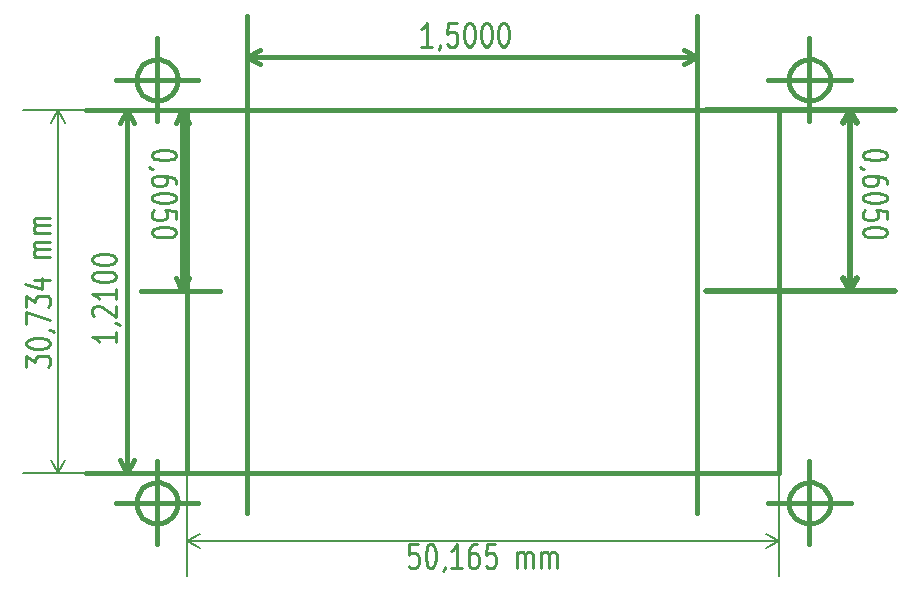
<source format=gbr>
G04 (created by PCBNEW-RS274X (2010-03-14)-final) date mar 08 nov 2011 08:15:05 ART*
G01*
G70*
G90*
%MOIN*%
G04 Gerber Fmt 3.4, Leading zero omitted, Abs format*
%FSLAX34Y34*%
G04 APERTURE LIST*
%ADD10C,0.000100*%
%ADD11C,0.010000*%
%ADD12C,0.008000*%
%ADD13C,0.015000*%
%ADD14C,0.020000*%
G04 APERTURE END LIST*
G54D10*
G54D11*
X27744Y-19713D02*
X27744Y-19342D01*
X28049Y-19542D01*
X28049Y-19456D01*
X28087Y-19399D01*
X28125Y-19370D01*
X28201Y-19342D01*
X28391Y-19342D01*
X28468Y-19370D01*
X28506Y-19399D01*
X28544Y-19456D01*
X28544Y-19628D01*
X28506Y-19685D01*
X28468Y-19713D01*
X27744Y-18971D02*
X27744Y-18914D01*
X27782Y-18857D01*
X27820Y-18828D01*
X27896Y-18799D01*
X28049Y-18771D01*
X28239Y-18771D01*
X28391Y-18799D01*
X28468Y-18828D01*
X28506Y-18857D01*
X28544Y-18914D01*
X28544Y-18971D01*
X28506Y-19028D01*
X28468Y-19057D01*
X28391Y-19085D01*
X28239Y-19114D01*
X28049Y-19114D01*
X27896Y-19085D01*
X27820Y-19057D01*
X27782Y-19028D01*
X27744Y-18971D01*
X28506Y-18486D02*
X28544Y-18486D01*
X28620Y-18514D01*
X28658Y-18543D01*
X27744Y-18285D02*
X27744Y-17885D01*
X28544Y-18142D01*
X27744Y-17714D02*
X27744Y-17343D01*
X28049Y-17543D01*
X28049Y-17457D01*
X28087Y-17400D01*
X28125Y-17371D01*
X28201Y-17343D01*
X28391Y-17343D01*
X28468Y-17371D01*
X28506Y-17400D01*
X28544Y-17457D01*
X28544Y-17629D01*
X28506Y-17686D01*
X28468Y-17714D01*
X28010Y-16829D02*
X28544Y-16829D01*
X27706Y-16972D02*
X28277Y-17115D01*
X28277Y-16743D01*
X28544Y-16058D02*
X28010Y-16058D01*
X28087Y-16058D02*
X28049Y-16030D01*
X28010Y-15972D01*
X28010Y-15887D01*
X28049Y-15830D01*
X28125Y-15801D01*
X28544Y-15801D01*
X28125Y-15801D02*
X28049Y-15772D01*
X28010Y-15715D01*
X28010Y-15630D01*
X28049Y-15572D01*
X28125Y-15544D01*
X28544Y-15544D01*
X28544Y-15258D02*
X28010Y-15258D01*
X28087Y-15258D02*
X28049Y-15230D01*
X28010Y-15172D01*
X28010Y-15087D01*
X28049Y-15030D01*
X28125Y-15001D01*
X28544Y-15001D01*
X28125Y-15001D02*
X28049Y-14972D01*
X28010Y-14915D01*
X28010Y-14830D01*
X28049Y-14772D01*
X28125Y-14744D01*
X28544Y-14744D01*
G54D12*
X28800Y-23250D02*
X28800Y-11150D01*
X33100Y-23250D02*
X27640Y-23250D01*
X33100Y-11150D02*
X27640Y-11150D01*
X28800Y-11150D02*
X29030Y-11593D01*
X28800Y-11150D02*
X28570Y-11593D01*
X28800Y-23250D02*
X29030Y-22807D01*
X28800Y-23250D02*
X28570Y-22807D01*
G54D11*
X40805Y-25624D02*
X40519Y-25624D01*
X40490Y-26005D01*
X40519Y-25967D01*
X40576Y-25929D01*
X40719Y-25929D01*
X40776Y-25967D01*
X40805Y-26005D01*
X40833Y-26081D01*
X40833Y-26271D01*
X40805Y-26348D01*
X40776Y-26386D01*
X40719Y-26424D01*
X40576Y-26424D01*
X40519Y-26386D01*
X40490Y-26348D01*
X41204Y-25624D02*
X41261Y-25624D01*
X41318Y-25662D01*
X41347Y-25700D01*
X41376Y-25776D01*
X41404Y-25929D01*
X41404Y-26119D01*
X41376Y-26271D01*
X41347Y-26348D01*
X41318Y-26386D01*
X41261Y-26424D01*
X41204Y-26424D01*
X41147Y-26386D01*
X41118Y-26348D01*
X41090Y-26271D01*
X41061Y-26119D01*
X41061Y-25929D01*
X41090Y-25776D01*
X41118Y-25700D01*
X41147Y-25662D01*
X41204Y-25624D01*
X41689Y-26386D02*
X41689Y-26424D01*
X41661Y-26500D01*
X41632Y-26538D01*
X42261Y-26424D02*
X41918Y-26424D01*
X42090Y-26424D02*
X42090Y-25624D01*
X42033Y-25738D01*
X41975Y-25814D01*
X41918Y-25852D01*
X42775Y-25624D02*
X42661Y-25624D01*
X42604Y-25662D01*
X42575Y-25700D01*
X42518Y-25814D01*
X42489Y-25967D01*
X42489Y-26271D01*
X42518Y-26348D01*
X42546Y-26386D01*
X42604Y-26424D01*
X42718Y-26424D01*
X42775Y-26386D01*
X42804Y-26348D01*
X42832Y-26271D01*
X42832Y-26081D01*
X42804Y-26005D01*
X42775Y-25967D01*
X42718Y-25929D01*
X42604Y-25929D01*
X42546Y-25967D01*
X42518Y-26005D01*
X42489Y-26081D01*
X43375Y-25624D02*
X43089Y-25624D01*
X43060Y-26005D01*
X43089Y-25967D01*
X43146Y-25929D01*
X43289Y-25929D01*
X43346Y-25967D01*
X43375Y-26005D01*
X43403Y-26081D01*
X43403Y-26271D01*
X43375Y-26348D01*
X43346Y-26386D01*
X43289Y-26424D01*
X43146Y-26424D01*
X43089Y-26386D01*
X43060Y-26348D01*
X44117Y-26424D02*
X44117Y-25890D01*
X44117Y-25967D02*
X44145Y-25929D01*
X44203Y-25890D01*
X44288Y-25890D01*
X44345Y-25929D01*
X44374Y-26005D01*
X44374Y-26424D01*
X44374Y-26005D02*
X44403Y-25929D01*
X44460Y-25890D01*
X44545Y-25890D01*
X44603Y-25929D01*
X44631Y-26005D01*
X44631Y-26424D01*
X44917Y-26424D02*
X44917Y-25890D01*
X44917Y-25967D02*
X44945Y-25929D01*
X45003Y-25890D01*
X45088Y-25890D01*
X45145Y-25929D01*
X45174Y-26005D01*
X45174Y-26424D01*
X45174Y-26005D02*
X45203Y-25929D01*
X45260Y-25890D01*
X45345Y-25890D01*
X45403Y-25929D01*
X45431Y-26005D01*
X45431Y-26424D01*
G54D12*
X33100Y-25520D02*
X52850Y-25520D01*
X33100Y-23250D02*
X33100Y-26680D01*
X52850Y-23250D02*
X52850Y-26680D01*
X52850Y-25520D02*
X52407Y-25750D01*
X52850Y-25520D02*
X52407Y-25290D01*
X33100Y-25520D02*
X33543Y-25750D01*
X33100Y-25520D02*
X33543Y-25290D01*
G54D13*
X32789Y-10150D02*
X32775Y-10283D01*
X32737Y-10412D01*
X32673Y-10531D01*
X32588Y-10635D01*
X32485Y-10721D01*
X32366Y-10785D01*
X32238Y-10824D01*
X32104Y-10838D01*
X31971Y-10826D01*
X31842Y-10788D01*
X31723Y-10726D01*
X31618Y-10642D01*
X31532Y-10539D01*
X31467Y-10421D01*
X31427Y-10293D01*
X31412Y-10159D01*
X31423Y-10026D01*
X31460Y-09897D01*
X31521Y-09777D01*
X31605Y-09672D01*
X31707Y-09585D01*
X31825Y-09519D01*
X31953Y-09478D01*
X32086Y-09462D01*
X32219Y-09472D01*
X32349Y-09508D01*
X32469Y-09569D01*
X32575Y-09652D01*
X32663Y-09753D01*
X32729Y-09870D01*
X32771Y-09998D01*
X32788Y-10131D01*
X32789Y-10150D01*
X30722Y-10150D02*
X33478Y-10150D01*
X32100Y-08772D02*
X32100Y-11528D01*
X32789Y-24250D02*
X32775Y-24383D01*
X32737Y-24512D01*
X32673Y-24631D01*
X32588Y-24735D01*
X32485Y-24821D01*
X32366Y-24885D01*
X32238Y-24924D01*
X32104Y-24938D01*
X31971Y-24926D01*
X31842Y-24888D01*
X31723Y-24826D01*
X31618Y-24742D01*
X31532Y-24639D01*
X31467Y-24521D01*
X31427Y-24393D01*
X31412Y-24259D01*
X31423Y-24126D01*
X31460Y-23997D01*
X31521Y-23877D01*
X31605Y-23772D01*
X31707Y-23685D01*
X31825Y-23619D01*
X31953Y-23578D01*
X32086Y-23562D01*
X32219Y-23572D01*
X32349Y-23608D01*
X32469Y-23669D01*
X32575Y-23752D01*
X32663Y-23853D01*
X32729Y-23970D01*
X32771Y-24098D01*
X32788Y-24231D01*
X32789Y-24250D01*
X30722Y-24250D02*
X33478Y-24250D01*
X32100Y-22872D02*
X32100Y-25628D01*
X54539Y-24250D02*
X54525Y-24383D01*
X54487Y-24512D01*
X54423Y-24631D01*
X54338Y-24735D01*
X54235Y-24821D01*
X54116Y-24885D01*
X53988Y-24924D01*
X53854Y-24938D01*
X53721Y-24926D01*
X53592Y-24888D01*
X53473Y-24826D01*
X53368Y-24742D01*
X53282Y-24639D01*
X53217Y-24521D01*
X53177Y-24393D01*
X53162Y-24259D01*
X53173Y-24126D01*
X53210Y-23997D01*
X53271Y-23877D01*
X53355Y-23772D01*
X53457Y-23685D01*
X53575Y-23619D01*
X53703Y-23578D01*
X53836Y-23562D01*
X53969Y-23572D01*
X54099Y-23608D01*
X54219Y-23669D01*
X54325Y-23752D01*
X54413Y-23853D01*
X54479Y-23970D01*
X54521Y-24098D01*
X54538Y-24231D01*
X54539Y-24250D01*
X52472Y-24250D02*
X55228Y-24250D01*
X53850Y-22872D02*
X53850Y-25628D01*
X54539Y-10150D02*
X54525Y-10283D01*
X54487Y-10412D01*
X54423Y-10531D01*
X54338Y-10635D01*
X54235Y-10721D01*
X54116Y-10785D01*
X53988Y-10824D01*
X53854Y-10838D01*
X53721Y-10826D01*
X53592Y-10788D01*
X53473Y-10726D01*
X53368Y-10642D01*
X53282Y-10539D01*
X53217Y-10421D01*
X53177Y-10293D01*
X53162Y-10159D01*
X53173Y-10026D01*
X53210Y-09897D01*
X53271Y-09777D01*
X53355Y-09672D01*
X53457Y-09585D01*
X53575Y-09519D01*
X53703Y-09478D01*
X53836Y-09462D01*
X53969Y-09472D01*
X54099Y-09508D01*
X54219Y-09569D01*
X54325Y-09652D01*
X54413Y-09753D01*
X54479Y-09870D01*
X54521Y-09998D01*
X54538Y-10131D01*
X54539Y-10150D01*
X52472Y-10150D02*
X55228Y-10150D01*
X53850Y-08772D02*
X53850Y-11528D01*
X52850Y-23250D02*
X33100Y-23250D01*
X33100Y-11150D02*
X52850Y-11150D01*
G54D11*
X56435Y-12633D02*
X56435Y-12690D01*
X56397Y-12747D01*
X56359Y-12776D01*
X56283Y-12805D01*
X56130Y-12833D01*
X55940Y-12833D01*
X55788Y-12805D01*
X55711Y-12776D01*
X55673Y-12747D01*
X55635Y-12690D01*
X55635Y-12633D01*
X55673Y-12576D01*
X55711Y-12547D01*
X55788Y-12519D01*
X55940Y-12490D01*
X56130Y-12490D01*
X56283Y-12519D01*
X56359Y-12547D01*
X56397Y-12576D01*
X56435Y-12633D01*
X55673Y-13118D02*
X55635Y-13118D01*
X55559Y-13090D01*
X55521Y-13061D01*
X56435Y-13633D02*
X56435Y-13519D01*
X56397Y-13462D01*
X56359Y-13433D01*
X56245Y-13376D01*
X56092Y-13347D01*
X55788Y-13347D01*
X55711Y-13376D01*
X55673Y-13404D01*
X55635Y-13462D01*
X55635Y-13576D01*
X55673Y-13633D01*
X55711Y-13662D01*
X55788Y-13690D01*
X55978Y-13690D01*
X56054Y-13662D01*
X56092Y-13633D01*
X56130Y-13576D01*
X56130Y-13462D01*
X56092Y-13404D01*
X56054Y-13376D01*
X55978Y-13347D01*
X56435Y-14061D02*
X56435Y-14118D01*
X56397Y-14175D01*
X56359Y-14204D01*
X56283Y-14233D01*
X56130Y-14261D01*
X55940Y-14261D01*
X55788Y-14233D01*
X55711Y-14204D01*
X55673Y-14175D01*
X55635Y-14118D01*
X55635Y-14061D01*
X55673Y-14004D01*
X55711Y-13975D01*
X55788Y-13947D01*
X55940Y-13918D01*
X56130Y-13918D01*
X56283Y-13947D01*
X56359Y-13975D01*
X56397Y-14004D01*
X56435Y-14061D01*
X56435Y-14804D02*
X56435Y-14518D01*
X56054Y-14489D01*
X56092Y-14518D01*
X56130Y-14575D01*
X56130Y-14718D01*
X56092Y-14775D01*
X56054Y-14804D01*
X55978Y-14832D01*
X55788Y-14832D01*
X55711Y-14804D01*
X55673Y-14775D01*
X55635Y-14718D01*
X55635Y-14575D01*
X55673Y-14518D01*
X55711Y-14489D01*
X56435Y-15203D02*
X56435Y-15260D01*
X56397Y-15317D01*
X56359Y-15346D01*
X56283Y-15375D01*
X56130Y-15403D01*
X55940Y-15403D01*
X55788Y-15375D01*
X55711Y-15346D01*
X55673Y-15317D01*
X55635Y-15260D01*
X55635Y-15203D01*
X55673Y-15146D01*
X55711Y-15117D01*
X55788Y-15089D01*
X55940Y-15060D01*
X56130Y-15060D01*
X56283Y-15089D01*
X56359Y-15117D01*
X56397Y-15146D01*
X56435Y-15203D01*
G54D14*
X55199Y-11150D02*
X55199Y-17200D01*
X50400Y-11150D02*
X56719Y-11150D01*
X50400Y-17200D02*
X56719Y-17200D01*
X55199Y-17200D02*
X54969Y-16757D01*
X55199Y-17200D02*
X55429Y-16757D01*
X55199Y-11150D02*
X54969Y-11593D01*
X55199Y-11150D02*
X55429Y-11593D01*
G54D13*
X33100Y-23250D02*
X33100Y-11150D01*
X52850Y-11150D02*
X52850Y-23250D01*
G54D11*
X41258Y-09040D02*
X40915Y-09040D01*
X41087Y-09040D02*
X41087Y-08240D01*
X41030Y-08354D01*
X40972Y-08430D01*
X40915Y-08468D01*
X41543Y-09002D02*
X41543Y-09040D01*
X41515Y-09116D01*
X41486Y-09154D01*
X42087Y-08240D02*
X41801Y-08240D01*
X41772Y-08621D01*
X41801Y-08583D01*
X41858Y-08545D01*
X42001Y-08545D01*
X42058Y-08583D01*
X42087Y-08621D01*
X42115Y-08697D01*
X42115Y-08887D01*
X42087Y-08964D01*
X42058Y-09002D01*
X42001Y-09040D01*
X41858Y-09040D01*
X41801Y-09002D01*
X41772Y-08964D01*
X42486Y-08240D02*
X42543Y-08240D01*
X42600Y-08278D01*
X42629Y-08316D01*
X42658Y-08392D01*
X42686Y-08545D01*
X42686Y-08735D01*
X42658Y-08887D01*
X42629Y-08964D01*
X42600Y-09002D01*
X42543Y-09040D01*
X42486Y-09040D01*
X42429Y-09002D01*
X42400Y-08964D01*
X42372Y-08887D01*
X42343Y-08735D01*
X42343Y-08545D01*
X42372Y-08392D01*
X42400Y-08316D01*
X42429Y-08278D01*
X42486Y-08240D01*
X43057Y-08240D02*
X43114Y-08240D01*
X43171Y-08278D01*
X43200Y-08316D01*
X43229Y-08392D01*
X43257Y-08545D01*
X43257Y-08735D01*
X43229Y-08887D01*
X43200Y-08964D01*
X43171Y-09002D01*
X43114Y-09040D01*
X43057Y-09040D01*
X43000Y-09002D01*
X42971Y-08964D01*
X42943Y-08887D01*
X42914Y-08735D01*
X42914Y-08545D01*
X42943Y-08392D01*
X42971Y-08316D01*
X43000Y-08278D01*
X43057Y-08240D01*
X43628Y-08240D02*
X43685Y-08240D01*
X43742Y-08278D01*
X43771Y-08316D01*
X43800Y-08392D01*
X43828Y-08545D01*
X43828Y-08735D01*
X43800Y-08887D01*
X43771Y-08964D01*
X43742Y-09002D01*
X43685Y-09040D01*
X43628Y-09040D01*
X43571Y-09002D01*
X43542Y-08964D01*
X43514Y-08887D01*
X43485Y-08735D01*
X43485Y-08545D01*
X43514Y-08392D01*
X43542Y-08316D01*
X43571Y-08278D01*
X43628Y-08240D01*
G54D13*
X35100Y-09401D02*
X50100Y-09401D01*
X35100Y-24600D02*
X35100Y-08031D01*
X50100Y-24600D02*
X50100Y-08031D01*
X50100Y-09401D02*
X49657Y-09631D01*
X50100Y-09401D02*
X49657Y-09171D01*
X35100Y-09401D02*
X35543Y-09631D01*
X35100Y-09401D02*
X35543Y-09171D01*
G54D11*
X32742Y-12633D02*
X32742Y-12690D01*
X32704Y-12747D01*
X32666Y-12776D01*
X32590Y-12805D01*
X32437Y-12833D01*
X32247Y-12833D01*
X32095Y-12805D01*
X32018Y-12776D01*
X31980Y-12747D01*
X31942Y-12690D01*
X31942Y-12633D01*
X31980Y-12576D01*
X32018Y-12547D01*
X32095Y-12519D01*
X32247Y-12490D01*
X32437Y-12490D01*
X32590Y-12519D01*
X32666Y-12547D01*
X32704Y-12576D01*
X32742Y-12633D01*
X31980Y-13118D02*
X31942Y-13118D01*
X31866Y-13090D01*
X31828Y-13061D01*
X32742Y-13633D02*
X32742Y-13519D01*
X32704Y-13462D01*
X32666Y-13433D01*
X32552Y-13376D01*
X32399Y-13347D01*
X32095Y-13347D01*
X32018Y-13376D01*
X31980Y-13404D01*
X31942Y-13462D01*
X31942Y-13576D01*
X31980Y-13633D01*
X32018Y-13662D01*
X32095Y-13690D01*
X32285Y-13690D01*
X32361Y-13662D01*
X32399Y-13633D01*
X32437Y-13576D01*
X32437Y-13462D01*
X32399Y-13404D01*
X32361Y-13376D01*
X32285Y-13347D01*
X32742Y-14061D02*
X32742Y-14118D01*
X32704Y-14175D01*
X32666Y-14204D01*
X32590Y-14233D01*
X32437Y-14261D01*
X32247Y-14261D01*
X32095Y-14233D01*
X32018Y-14204D01*
X31980Y-14175D01*
X31942Y-14118D01*
X31942Y-14061D01*
X31980Y-14004D01*
X32018Y-13975D01*
X32095Y-13947D01*
X32247Y-13918D01*
X32437Y-13918D01*
X32590Y-13947D01*
X32666Y-13975D01*
X32704Y-14004D01*
X32742Y-14061D01*
X32742Y-14804D02*
X32742Y-14518D01*
X32361Y-14489D01*
X32399Y-14518D01*
X32437Y-14575D01*
X32437Y-14718D01*
X32399Y-14775D01*
X32361Y-14804D01*
X32285Y-14832D01*
X32095Y-14832D01*
X32018Y-14804D01*
X31980Y-14775D01*
X31942Y-14718D01*
X31942Y-14575D01*
X31980Y-14518D01*
X32018Y-14489D01*
X32742Y-15203D02*
X32742Y-15260D01*
X32704Y-15317D01*
X32666Y-15346D01*
X32590Y-15375D01*
X32437Y-15403D01*
X32247Y-15403D01*
X32095Y-15375D01*
X32018Y-15346D01*
X31980Y-15317D01*
X31942Y-15260D01*
X31942Y-15203D01*
X31980Y-15146D01*
X32018Y-15117D01*
X32095Y-15089D01*
X32247Y-15060D01*
X32437Y-15060D01*
X32590Y-15089D01*
X32666Y-15117D01*
X32704Y-15146D01*
X32742Y-15203D01*
G54D13*
X32951Y-11150D02*
X32951Y-17200D01*
X34200Y-11150D02*
X31581Y-11150D01*
X34200Y-17200D02*
X31581Y-17200D01*
X32951Y-17200D02*
X32721Y-16757D01*
X32951Y-17200D02*
X33181Y-16757D01*
X32951Y-11150D02*
X32721Y-11593D01*
X32951Y-11150D02*
X33181Y-11593D01*
G54D11*
X30739Y-18542D02*
X30739Y-18885D01*
X30739Y-18713D02*
X29939Y-18713D01*
X30053Y-18770D01*
X30129Y-18828D01*
X30167Y-18885D01*
X30701Y-18257D02*
X30739Y-18257D01*
X30815Y-18285D01*
X30853Y-18314D01*
X30015Y-18028D02*
X29977Y-17999D01*
X29939Y-17942D01*
X29939Y-17799D01*
X29977Y-17742D01*
X30015Y-17713D01*
X30091Y-17685D01*
X30167Y-17685D01*
X30282Y-17713D01*
X30739Y-18056D01*
X30739Y-17685D01*
X30739Y-17114D02*
X30739Y-17457D01*
X30739Y-17285D02*
X29939Y-17285D01*
X30053Y-17342D01*
X30129Y-17400D01*
X30167Y-17457D01*
X29939Y-16743D02*
X29939Y-16686D01*
X29977Y-16629D01*
X30015Y-16600D01*
X30091Y-16571D01*
X30244Y-16543D01*
X30434Y-16543D01*
X30586Y-16571D01*
X30663Y-16600D01*
X30701Y-16629D01*
X30739Y-16686D01*
X30739Y-16743D01*
X30701Y-16800D01*
X30663Y-16829D01*
X30586Y-16857D01*
X30434Y-16886D01*
X30244Y-16886D01*
X30091Y-16857D01*
X30015Y-16829D01*
X29977Y-16800D01*
X29939Y-16743D01*
X29939Y-16172D02*
X29939Y-16115D01*
X29977Y-16058D01*
X30015Y-16029D01*
X30091Y-16000D01*
X30244Y-15972D01*
X30434Y-15972D01*
X30586Y-16000D01*
X30663Y-16029D01*
X30701Y-16058D01*
X30739Y-16115D01*
X30739Y-16172D01*
X30701Y-16229D01*
X30663Y-16258D01*
X30586Y-16286D01*
X30434Y-16315D01*
X30244Y-16315D01*
X30091Y-16286D01*
X30015Y-16258D01*
X29977Y-16229D01*
X29939Y-16172D01*
G54D13*
X31100Y-23250D02*
X31100Y-11150D01*
X34200Y-23250D02*
X29730Y-23250D01*
X34200Y-11150D02*
X29730Y-11150D01*
X31100Y-11150D02*
X31330Y-11593D01*
X31100Y-11150D02*
X30870Y-11593D01*
X31100Y-23250D02*
X31330Y-22807D01*
X31100Y-23250D02*
X30870Y-22807D01*
M02*

</source>
